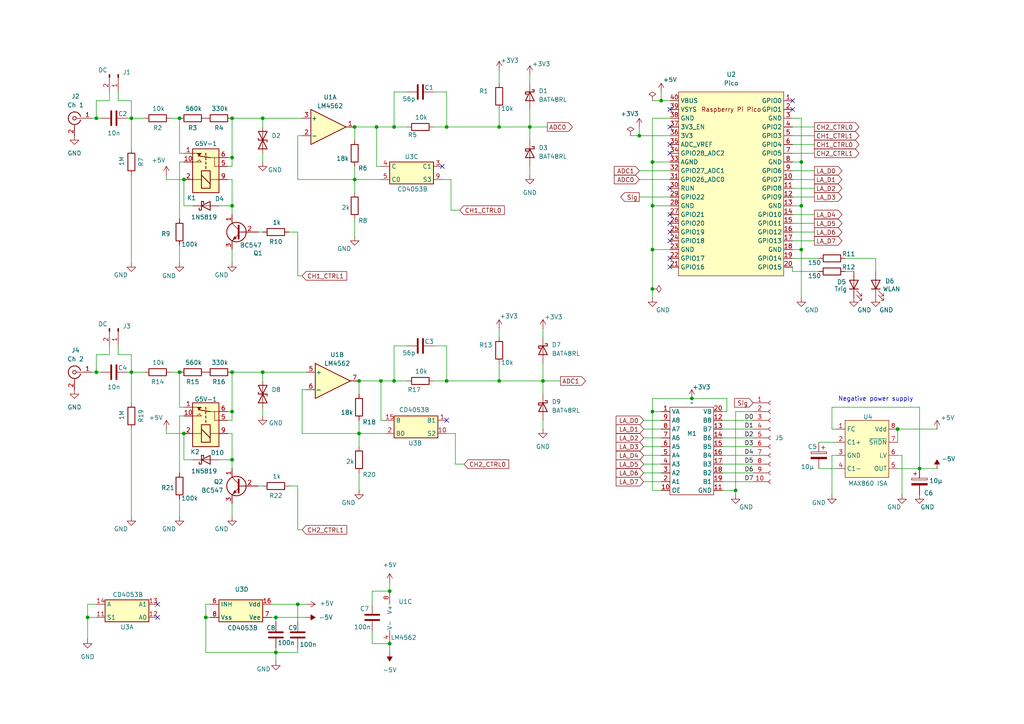
<source format=kicad_sch>
(kicad_sch (version 20231120) (generator "eeschema") (generator_version "8.0")
  (paper "A4")
  (junction (at 110.49 110.49))
  (junction (at 53.34 52.07))
  (junction (at 59.69 179.07))
  (junction (at 114.3 36.83))
  (junction (at 104.14 110.49))
  (junction (at 200.66 115.57))
  (junction (at 153.67 36.83))
  (junction (at 27.94 34.29))
  (junction (at 86.36 175.26))
  (junction (at 260.35 124.46))
  (junction (at 109.22 36.83))
  (junction (at 232.41 46.99))
  (junction (at 25.4 179.07))
  (junction (at 213.36 142.24))
  (junction (at 189.23 59.69))
  (junction (at 144.78 110.49))
  (junction (at 232.41 59.69))
  (junction (at 80.01 179.07))
  (junction (at 102.87 52.07))
  (junction (at 113.03 171.45))
  (junction (at 189.23 72.39))
  (junction (at 185.42 39.37))
  (junction (at 266.7 135.89))
  (junction (at 189.23 46.99))
  (junction (at 114.3 110.49))
  (junction (at 52.07 107.95))
  (junction (at 157.48 110.49))
  (junction (at 52.07 34.29))
  (junction (at 76.2 107.95))
  (junction (at 38.1 107.95))
  (junction (at 232.41 72.39))
  (junction (at 129.54 110.49))
  (junction (at 67.31 34.29))
  (junction (at 189.23 83.82))
  (junction (at 144.78 36.83))
  (junction (at 80.01 189.23))
  (junction (at 67.31 107.95))
  (junction (at 189.23 119.38))
  (junction (at 53.34 125.73))
  (junction (at 76.2 34.29))
  (junction (at 27.94 107.95))
  (junction (at 191.77 29.21))
  (junction (at 102.87 36.83))
  (junction (at 67.31 45.72))
  (junction (at 67.31 133.35))
  (junction (at 67.31 59.69))
  (junction (at 38.1 34.29))
  (junction (at 104.14 125.73))
  (junction (at 67.31 119.38))
  (junction (at 129.54 36.83))
  (junction (at 113.03 186.69))
  (no_connect (at 194.31 31.75))
  (no_connect (at 229.87 31.75))
  (no_connect (at 45.72 175.26))
  (no_connect (at 128.27 48.26))
  (no_connect (at 194.31 74.93))
  (no_connect (at 229.87 29.21))
  (no_connect (at 194.31 67.31))
  (no_connect (at 45.72 179.07))
  (no_connect (at 194.31 54.61))
  (no_connect (at 194.31 64.77))
  (no_connect (at 194.31 69.85))
  (no_connect (at 194.31 36.83))
  (no_connect (at 194.31 41.91))
  (no_connect (at 194.31 44.45))
  (no_connect (at 194.31 77.47))
  (no_connect (at 129.54 121.92))
  (no_connect (at 194.31 62.23))
  (wire (pts (xy 209.55 127) (xy 218.44 127)))
  (wire (pts (xy 74.93 67.31) (xy 76.2 67.31)))
  (wire (pts (xy 59.69 189.23) (xy 80.01 189.23)))
  (wire (pts (xy 144.78 36.83) (xy 153.67 36.83)))
  (wire (pts (xy 26.67 34.29) (xy 27.94 34.29)))
  (wire (pts (xy 254 74.93) (xy 254 78.74)))
  (wire (pts (xy 107.95 171.45) (xy 113.03 171.45)))
  (wire (pts (xy 80.01 179.07) (xy 88.9 179.07)))
  (wire (pts (xy 261.62 132.08) (xy 261.62 143.51)))
  (wire (pts (xy 153.67 48.26) (xy 153.67 50.8)))
  (wire (pts (xy 129.54 36.83) (xy 129.54 26.67)))
  (wire (pts (xy 38.1 34.29) (xy 38.1 43.18)))
  (wire (pts (xy 49.53 107.95) (xy 52.07 107.95)))
  (wire (pts (xy 229.87 67.31) (xy 236.22 67.31)))
  (wire (pts (xy 63.5 133.35) (xy 67.31 133.35)))
  (wire (pts (xy 104.14 125.73) (xy 104.14 129.54)))
  (wire (pts (xy 209.55 134.62) (xy 218.44 134.62)))
  (wire (pts (xy 52.07 120.65) (xy 52.07 137.16)))
  (wire (pts (xy 110.49 110.49) (xy 114.3 110.49)))
  (wire (pts (xy 113.03 171.45) (xy 113.03 168.91)))
  (wire (pts (xy 194.31 49.53) (xy 185.42 49.53)))
  (wire (pts (xy 232.41 46.99) (xy 232.41 34.29)))
  (wire (pts (xy 86.36 175.26) (xy 88.9 175.26)))
  (wire (pts (xy 209.55 137.16) (xy 218.44 137.16)))
  (wire (pts (xy 232.41 59.69) (xy 232.41 72.39)))
  (wire (pts (xy 247.65 78.74) (xy 245.11 78.74)))
  (wire (pts (xy 209.55 124.46) (xy 218.44 124.46)))
  (wire (pts (xy 186.69 139.7) (xy 191.77 139.7)))
  (wire (pts (xy 27.94 102.87) (xy 27.94 107.95)))
  (wire (pts (xy 102.87 52.07) (xy 102.87 55.88)))
  (wire (pts (xy 59.69 179.07) (xy 60.96 179.07)))
  (wire (pts (xy 63.5 59.69) (xy 67.31 59.69)))
  (wire (pts (xy 114.3 36.83) (xy 114.3 26.67)))
  (wire (pts (xy 52.07 46.99) (xy 53.34 46.99)))
  (wire (pts (xy 26.67 107.95) (xy 27.94 107.95)))
  (wire (pts (xy 87.63 113.03) (xy 87.63 125.73)))
  (wire (pts (xy 102.87 52.07) (xy 110.49 52.07)))
  (wire (pts (xy 25.4 175.26) (xy 25.4 179.07)))
  (wire (pts (xy 27.94 102.87) (xy 31.75 102.87)))
  (wire (pts (xy 25.4 179.07) (xy 25.4 185.42)))
  (wire (pts (xy 125.73 110.49) (xy 129.54 110.49)))
  (wire (pts (xy 130.81 52.07) (xy 130.81 60.96)))
  (wire (pts (xy 132.08 134.62) (xy 134.62 134.62)))
  (wire (pts (xy 67.31 45.72) (xy 67.31 48.26)))
  (wire (pts (xy 209.55 121.92) (xy 218.44 121.92)))
  (wire (pts (xy 130.81 60.96) (xy 133.35 60.96)))
  (wire (pts (xy 186.69 121.92) (xy 191.77 121.92)))
  (wire (pts (xy 38.1 50.8) (xy 38.1 76.2)))
  (wire (pts (xy 229.87 57.15) (xy 236.22 57.15)))
  (wire (pts (xy 55.88 133.35) (xy 53.34 133.35)))
  (wire (pts (xy 213.36 142.24) (xy 213.36 143.51)))
  (wire (pts (xy 241.3 118.11) (xy 266.7 118.11)))
  (wire (pts (xy 80.01 180.34) (xy 80.01 179.07)))
  (wire (pts (xy 80.01 189.23) (xy 86.36 189.23)))
  (wire (pts (xy 52.07 71.12) (xy 52.07 76.2)))
  (wire (pts (xy 53.34 59.69) (xy 53.34 52.07)))
  (wire (pts (xy 237.49 78.74) (xy 229.87 78.74)))
  (wire (pts (xy 113.03 186.69) (xy 113.03 189.23)))
  (wire (pts (xy 114.3 36.83) (xy 118.11 36.83)))
  (wire (pts (xy 186.69 134.62) (xy 191.77 134.62)))
  (wire (pts (xy 67.31 48.26) (xy 66.04 48.26)))
  (wire (pts (xy 129.54 26.67) (xy 125.73 26.67)))
  (wire (pts (xy 186.69 132.08) (xy 191.77 132.08)))
  (wire (pts (xy 107.95 171.45) (xy 107.95 175.26)))
  (wire (pts (xy 86.36 80.01) (xy 87.63 80.01)))
  (wire (pts (xy 241.3 132.08) (xy 241.3 143.51)))
  (wire (pts (xy 153.67 36.83) (xy 153.67 40.64)))
  (wire (pts (xy 102.87 48.26) (xy 102.87 52.07)))
  (wire (pts (xy 191.77 29.21) (xy 189.23 29.21)))
  (wire (pts (xy 109.22 48.26) (xy 109.22 36.83)))
  (wire (pts (xy 241.3 124.46) (xy 242.57 124.46)))
  (wire (pts (xy 213.36 119.38) (xy 213.36 142.24)))
  (wire (pts (xy 194.31 59.69) (xy 189.23 59.69)))
  (wire (pts (xy 102.87 36.83) (xy 109.22 36.83)))
  (wire (pts (xy 34.29 100.33) (xy 34.29 102.87)))
  (wire (pts (xy 110.49 121.92) (xy 110.49 110.49)))
  (wire (pts (xy 104.14 125.73) (xy 111.76 125.73)))
  (wire (pts (xy 186.69 137.16) (xy 191.77 137.16)))
  (wire (pts (xy 189.23 59.69) (xy 189.23 72.39)))
  (wire (pts (xy 52.07 107.95) (xy 52.07 118.11)))
  (wire (pts (xy 129.54 100.33) (xy 129.54 110.49)))
  (wire (pts (xy 209.55 139.7) (xy 218.44 139.7)))
  (wire (pts (xy 41.91 34.29) (xy 38.1 34.29)))
  (wire (pts (xy 53.34 125.73) (xy 48.26 125.73)))
  (wire (pts (xy 232.41 46.99) (xy 232.41 59.69)))
  (wire (pts (xy 213.36 119.38) (xy 218.44 119.38)))
  (wire (pts (xy 232.41 72.39) (xy 232.41 86.36)))
  (wire (pts (xy 237.49 74.93) (xy 229.87 74.93)))
  (wire (pts (xy 229.87 69.85) (xy 236.22 69.85)))
  (wire (pts (xy 67.31 52.07) (xy 66.04 52.07)))
  (wire (pts (xy 157.48 95.25) (xy 157.48 97.79)))
  (wire (pts (xy 191.77 142.24) (xy 189.23 142.24)))
  (wire (pts (xy 83.82 67.31) (xy 86.36 67.31)))
  (wire (pts (xy 157.48 110.49) (xy 157.48 114.3)))
  (wire (pts (xy 189.23 72.39) (xy 194.31 72.39)))
  (wire (pts (xy 104.14 110.49) (xy 104.14 114.3)))
  (wire (pts (xy 229.87 44.45) (xy 236.22 44.45)))
  (wire (pts (xy 232.41 72.39) (xy 229.87 72.39)))
  (wire (pts (xy 237.49 128.27) (xy 242.57 128.27)))
  (wire (pts (xy 38.1 107.95) (xy 41.91 107.95)))
  (wire (pts (xy 36.83 107.95) (xy 38.1 107.95)))
  (wire (pts (xy 76.2 107.95) (xy 76.2 110.49)))
  (wire (pts (xy 80.01 187.96) (xy 80.01 189.23)))
  (wire (pts (xy 67.31 34.29) (xy 76.2 34.29)))
  (wire (pts (xy 114.3 26.67) (xy 118.11 26.67)))
  (wire (pts (xy 229.87 36.83) (xy 236.22 36.83)))
  (wire (pts (xy 229.87 52.07) (xy 236.22 52.07)))
  (wire (pts (xy 59.69 179.07) (xy 59.69 189.23)))
  (wire (pts (xy 260.35 132.08) (xy 261.62 132.08)))
  (wire (pts (xy 194.31 57.15) (xy 185.42 57.15)))
  (wire (pts (xy 129.54 36.83) (xy 144.78 36.83)))
  (wire (pts (xy 67.31 45.72) (xy 66.04 45.72)))
  (wire (pts (xy 60.96 175.26) (xy 59.69 175.26)))
  (wire (pts (xy 185.42 36.83) (xy 185.42 39.37)))
  (wire (pts (xy 182.88 39.37) (xy 185.42 39.37)))
  (wire (pts (xy 76.2 34.29) (xy 76.2 36.83)))
  (wire (pts (xy 76.2 140.97) (xy 74.93 140.97)))
  (wire (pts (xy 229.87 54.61) (xy 236.22 54.61)))
  (wire (pts (xy 266.7 118.11) (xy 266.7 135.89)))
  (wire (pts (xy 194.31 29.21) (xy 191.77 29.21)))
  (wire (pts (xy 86.36 52.07) (xy 102.87 52.07)))
  (wire (pts (xy 27.94 107.95) (xy 29.21 107.95)))
  (wire (pts (xy 194.31 46.99) (xy 189.23 46.99)))
  (wire (pts (xy 232.41 46.99) (xy 229.87 46.99)))
  (wire (pts (xy 144.78 31.75) (xy 144.78 36.83)))
  (wire (pts (xy 194.31 34.29) (xy 189.23 34.29)))
  (wire (pts (xy 189.23 142.24) (xy 189.23 119.38)))
  (wire (pts (xy 27.94 29.21) (xy 31.75 29.21)))
  (wire (pts (xy 107.95 186.69) (xy 113.03 186.69)))
  (wire (pts (xy 266.7 135.89) (xy 271.78 135.89)))
  (wire (pts (xy 189.23 72.39) (xy 189.23 83.82)))
  (wire (pts (xy 104.14 137.16) (xy 104.14 142.24)))
  (wire (pts (xy 67.31 107.95) (xy 76.2 107.95)))
  (wire (pts (xy 109.22 36.83) (xy 114.3 36.83)))
  (wire (pts (xy 189.23 119.38) (xy 191.77 119.38)))
  (wire (pts (xy 78.74 175.26) (xy 86.36 175.26)))
  (wire (pts (xy 34.29 29.21) (xy 38.1 29.21)))
  (wire (pts (xy 67.31 45.72) (xy 67.31 34.29)))
  (wire (pts (xy 245.11 74.93) (xy 254 74.93)))
  (wire (pts (xy 36.83 34.29) (xy 38.1 34.29)))
  (wire (pts (xy 236.22 39.37) (xy 229.87 39.37)))
  (wire (pts (xy 144.78 95.25) (xy 144.78 97.79)))
  (wire (pts (xy 86.36 39.37) (xy 86.36 52.07)))
  (wire (pts (xy 49.53 34.29) (xy 52.07 34.29)))
  (wire (pts (xy 67.31 125.73) (xy 67.31 133.35)))
  (wire (pts (xy 229.87 41.91) (xy 236.22 41.91)))
  (wire (pts (xy 132.08 125.73) (xy 132.08 134.62)))
  (wire (pts (xy 67.31 72.39) (xy 67.31 76.2)))
  (wire (pts (xy 27.94 34.29) (xy 27.94 29.21)))
  (wire (pts (xy 52.07 144.78) (xy 52.07 149.86)))
  (wire (pts (xy 210.82 119.38) (xy 209.55 119.38)))
  (wire (pts (xy 189.23 34.29) (xy 189.23 46.99)))
  (wire (pts (xy 107.95 182.88) (xy 107.95 186.69)))
  (wire (pts (xy 209.55 142.24) (xy 213.36 142.24)))
  (wire (pts (xy 111.76 121.92) (xy 110.49 121.92)))
  (wire (pts (xy 48.26 125.73) (xy 48.26 124.46)))
  (wire (pts (xy 34.29 26.67) (xy 34.29 29.21)))
  (wire (pts (xy 53.34 44.45) (xy 52.07 44.45)))
  (wire (pts (xy 237.49 135.89) (xy 242.57 135.89)))
  (wire (pts (xy 38.1 102.87) (xy 38.1 107.95)))
  (wire (pts (xy 229.87 64.77) (xy 236.22 64.77)))
  (wire (pts (xy 66.04 121.92) (xy 67.31 121.92)))
  (wire (pts (xy 157.48 121.92) (xy 157.48 124.46)))
  (wire (pts (xy 129.54 125.73) (xy 132.08 125.73)))
  (wire (pts (xy 153.67 31.75) (xy 153.67 36.83)))
  (wire (pts (xy 153.67 36.83) (xy 158.75 36.83)))
  (wire (pts (xy 38.1 107.95) (xy 38.1 116.84)))
  (wire (pts (xy 209.55 129.54) (xy 218.44 129.54)))
  (wire (pts (xy 153.67 21.59) (xy 153.67 24.13)))
  (wire (pts (xy 27.94 34.29) (xy 29.21 34.29)))
  (wire (pts (xy 86.36 39.37) (xy 87.63 39.37)))
  (wire (pts (xy 53.34 52.07) (xy 48.26 52.07)))
  (wire (pts (xy 67.31 52.07) (xy 67.31 59.69)))
  (wire (pts (xy 200.66 115.57) (xy 210.82 115.57)))
  (wire (pts (xy 242.57 132.08) (xy 241.3 132.08)))
  (wire (pts (xy 67.31 119.38) (xy 67.31 121.92)))
  (wire (pts (xy 86.36 153.67) (xy 87.63 153.67)))
  (wire (pts (xy 86.36 189.23) (xy 86.36 187.96)))
  (wire (pts (xy 67.31 133.35) (xy 67.31 135.89)))
  (wire (pts (xy 157.48 105.41) (xy 157.48 110.49)))
  (wire (pts (xy 67.31 146.05) (xy 67.31 149.86)))
  (wire (pts (xy 66.04 125.73) (xy 67.31 125.73)))
  (wire (pts (xy 76.2 107.95) (xy 88.9 107.95)))
  (wire (pts (xy 52.07 118.11) (xy 53.34 118.11)))
  (wire (pts (xy 31.75 29.21) (xy 31.75 26.67)))
  (wire (pts (xy 232.41 34.29) (xy 229.87 34.29)))
  (wire (pts (xy 210.82 115.57) (xy 210.82 119.38)))
  (wire (pts (xy 186.69 124.46) (xy 191.77 124.46)))
  (wire (pts (xy 104.14 121.92) (xy 104.14 125.73)))
  (wire (pts (xy 102.87 63.5) (xy 102.87 68.58)))
  (wire (pts (xy 76.2 118.11) (xy 76.2 120.65)))
  (wire (pts (xy 209.55 132.08) (xy 218.44 132.08)))
  (wire (pts (xy 102.87 36.83) (xy 102.87 40.64)))
  (wire (pts (xy 76.2 44.45) (xy 76.2 46.99)))
  (wire (pts (xy 229.87 78.74) (xy 229.87 77.47)))
  (wire (pts (xy 185.42 39.37) (xy 194.31 39.37)))
  (wire (pts (xy 260.35 124.46) (xy 260.35 128.27)))
  (wire (pts (xy 76.2 34.29) (xy 87.63 34.29)))
  (wire (pts (xy 114.3 100.33) (xy 114.3 110.49)))
  (wire (pts (xy 87.63 113.03) (xy 88.9 113.03)))
  (wire (pts (xy 66.04 119.38) (xy 67.31 119.38)))
  (wire (pts (xy 232.41 59.69) (xy 229.87 59.69)))
  (wire (pts (xy 189.23 83.82) (xy 189.23 86.36)))
  (wire (pts (xy 87.63 125.73) (xy 104.14 125.73)))
  (wire (pts (xy 125.73 36.83) (xy 129.54 36.83)))
  (wire (pts (xy 189.23 115.57) (xy 200.66 115.57)))
  (wire (pts (xy 114.3 110.49) (xy 118.11 110.49)))
  (wire (pts (xy 86.36 67.31) (xy 86.36 80.01)))
  (wire (pts (xy 83.82 140.97) (xy 86.36 140.97)))
  (wire (pts (xy 53.34 120.65) (xy 52.07 120.65)))
  (wire (pts (xy 186.69 129.54) (xy 191.77 129.54)))
  (wire (pts (xy 80.01 191.77) (xy 80.01 189.23)))
  (wire (pts (xy 241.3 124.46) (xy 241.3 118.11)))
  (wire (pts (xy 129.54 100.33) (xy 125.73 100.33)))
  (wire (pts (xy 144.78 110.49) (xy 157.48 110.49)))
  (wire (pts (xy 129.54 110.49) (xy 144.78 110.49)))
  (wire (pts (xy 67.31 119.38) (xy 67.31 107.95)))
  (wire (pts (xy 185.42 52.07) (xy 194.31 52.07)))
  (wire (pts (xy 78.74 179.07) (xy 80.01 179.07)))
  (wire (pts (xy 110.49 48.26) (xy 109.22 48.26)))
  (wire (pts (xy 38.1 124.46) (xy 38.1 149.86)))
  (wire (pts (xy 157.48 110.49) (xy 162.56 110.49)))
  (wire (pts (xy 189.23 46.99) (xy 189.23 59.69)))
  (wire (pts (xy 27.94 175.26) (xy 25.4 175.26)))
  (wire (pts (xy 229.87 49.53) (xy 236.22 49.53)))
  (wire (pts (xy 53.34 133.35) (xy 53.34 125.73)))
  (wire (pts (xy 34.29 102.87) (xy 38.1 102.87)))
  (wire (pts (xy 189.23 119.38) (xy 189.23 115.57)))
  (wire (pts (xy 55.88 59.69) (xy 53.34 59.69)))
  (wire (pts (xy 229.87 62.23) (xy 236.22 62.23)))
  (wire (pts (xy 86.36 175.26) (xy 86.36 180.34)))
  (wire (pts (xy 31.75 102.87) (xy 31.75 100.33)))
  (wire (pts (xy 260.35 124.46) (xy 271.78 124.46)))
  (wire (pts (xy 86.36 140.97) (xy 86.36 153.67)))
  (wire (pts (xy 48.26 52.07) (xy 48.26 50.8)))
  (wire (pts (xy 59.69 175.26) (xy 59.69 179.07)))
  (wire (pts (xy 191.77 29.21) (xy 191.77 26.67)))
  (wire (pts (xy 114.3 100.33) (xy 118.11 100.33)))
  (wire (pts (xy 52.07 44.45) (xy 52.07 34.29)))
  (wire (pts (xy 38.1 29.21) (xy 38.1 34.29)))
  (wire (pts (xy 128.27 52.07) (xy 130.81 52.07)))
  (wire (pts (xy 104.14 110.49) (xy 110.49 110.49)))
  (wire (pts (xy 144.78 20.32) (xy 144.78 24.13)))
  (wire (pts (xy 144.78 105.41) (xy 144.78 110.49)))
  (wire (pts (xy 25.4 179.07) (xy 27.94 179.07)))
  (wire (pts (xy 186.69 127) (xy 191.77 127)))
  (wire (pts (xy 260.35 135.89) (xy 266.7 135.89)))
  (wire (pts (xy 67.31 62.23) (xy 67.31 59.69)))
  (wire (pts (xy 52.07 46.99) (xy 52.07 63.5)))
  (text "Negative power supply" (at 254 115.824 0) (effects (font (size 1.27 1.27))))
  (label "D4" (at 215.9 132.08 0))
  (label "D3" (at 215.9 129.54 0))
  (label "D7" (at 215.9 139.7 0))
  (label "D1" (at 215.9 124.46 0))
  (label "D2" (at 215.9 127 0))
  (label "D0" (at 215.9 121.92 0))
  (label "D6" (at 215.9 137.16 0))
  (label "D5" (at 215.9 134.62 0))
  (global_label "LA_D4" (shape output) (at 236.22 62.23 0) (property "Intersheetrefs" "${INTERSHEET_REFS}" (effects (hide yes))))
  (global_label "Sig" (shape output) (at 185.42 57.15 180) (property "Intersheetrefs" "${INTERSHEET_REFS}" (effects (hide yes))))
  (global_label "ADC0" (shape output) (at 158.75 36.83 0) (property "Intersheetrefs" "${INTERSHEET_REFS}" (effects (hide yes))))
  (global_label "LA_D2" (shape input) (at 186.69 127 180) (property "Intersheetrefs" "${INTERSHEET_REFS}" (effects (hide yes))))
  (global_label "LA_D3" (shape input) (at 186.69 129.54 180) (property "Intersheetrefs" "${INTERSHEET_REFS}" (effects (hide yes))))
  (global_label "CH2_CTRL0" (shape output) (at 236.22 36.83 0) (property "Intersheetrefs" "${INTERSHEET_REFS}" (effects (hide yes))))
  (global_label "Sig" (shape input) (at 218.44 116.84 180) (property "Intersheetrefs" "${INTERSHEET_REFS}" (effects (hide yes))))
  (global_label "CH1_CTRL0" (shape output) (at 236.22 41.91 0) (property "Intersheetrefs" "${INTERSHEET_REFS}" (effects (hide yes))))
  (global_label "LA_D0" (shape input) (at 186.69 121.92 180) (property "Intersheetrefs" "${INTERSHEET_REFS}" (effects (hide yes))))
  (global_label "LA_D7" (shape input) (at 186.69 139.7 180) (property "Intersheetrefs" "${INTERSHEET_REFS}" (effects (hide yes))))
  (global_label "CH2_CTRL1" (shape output) (at 236.22 44.45 0) (property "Intersheetrefs" "${INTERSHEET_REFS}" (effects (hide yes))))
  (global_label "LA_D6" (shape output) (at 236.22 67.31 0) (property "Intersheetrefs" "${INTERSHEET_REFS}" (effects (hide yes))))
  (global_label "LA_D3" (shape output) (at 236.22 57.15 0) (property "Intersheetrefs" "${INTERSHEET_REFS}" (effects (hide yes))))
  (global_label "LA_D1" (shape input) (at 186.69 124.46 180) (property "Intersheetrefs" "${INTERSHEET_REFS}" (effects (hide yes))))
  (global_label "CH2_CTRL1" (shape input) (at 87.63 153.67 0) (property "Intersheetrefs" "${INTERSHEET_REFS}" (effects (hide yes))))
  (global_label "LA_D4" (shape input) (at 186.69 132.08 180) (property "Intersheetrefs" "${INTERSHEET_REFS}" (effects (hide yes))))
  (global_label "CH1_CTRL0" (shape input) (at 133.35 60.96 0) (property "Intersheetrefs" "${INTERSHEET_REFS}" (effects (hide yes))))
  (global_label "LA_D2" (shape output) (at 236.22 54.61 0) (property "Intersheetrefs" "${INTERSHEET_REFS}" (effects (hide yes))))
  (global_label "ADC1" (shape output) (at 162.56 110.49 0) (property "Intersheetrefs" "${INTERSHEET_REFS}" (effects (hide yes))))
  (global_label "CH1_CTRL1" (shape input) (at 87.63 80.01 0) (property "Intersheetrefs" "${INTERSHEET_REFS}" (effects (hide yes))))
  (global_label "LA_D5" (shape input) (at 186.69 134.62 180) (property "Intersheetrefs" "${INTERSHEET_REFS}" (effects (hide yes))))
  (global_label "LA_D1" (shape output) (at 236.22 52.07 0) (property "Intersheetrefs" "${INTERSHEET_REFS}" (effects (hide yes))))
  (global_label "CH1_CTRL1" (shape output) (at 236.22 39.37 0) (property "Intersheetrefs" "${INTERSHEET_REFS}" (effects (hide yes))))
  (global_label "CH2_CTRL0" (shape input) (at 134.62 134.62 0) (property "Intersheetrefs" "${INTERSHEET_REFS}" (effects (hide yes))))
  (global_label "LA_D6" (shape input) (at 186.69 137.16 180) (property "Intersheetrefs" "${INTERSHEET_REFS}" (effects (hide yes))))
  (global_label "ADC0" (shape input) (at 185.42 52.07 180) (property "Intersheetrefs" "${INTERSHEET_REFS}" (effects (hide yes))))
  (global_label "LA_D7" (shape output) (at 236.22 69.85 0) (property "Intersheetrefs" "${INTERSHEET_REFS}" (effects (hide yes))))
  (global_label "LA_D5" (shape output) (at 236.22 64.77 0) (property "Intersheetrefs" "${INTERSHEET_REFS}" (effects (hide yes))))
  (global_label "LA_D0" (shape output) (at 236.22 49.53 0) (property "Intersheetrefs" "${INTERSHEET_REFS}" (effects (hide yes))))
  (global_label "ADC1" (shape input) (at 185.42 49.53 180) (property "Intersheetrefs" "${INTERSHEET_REFS}" (effects (hide yes))))
  (symbol (lib_id "Device:R") (at 52.07 140.97 180) (unit 1)
    (property "Reference" "R21" (at 46.736 141.478 0) (effects (justify right)))
    (property "Value" "100k" (at 52.578 144.526 0) (effects (justify right)))
    (property "Footprint" "Resistor_THT:R_Axial_DIN0207_L6.3mm_D2.5mm_P7.62mm_Horizontal" (effects (hide yes)))
    (property "Description" "Resistor" (effects (hide yes)))
  )
  (symbol (lib_id "Device:R") (at 102.87 44.45 0) (unit 1)
    (property "Reference" "R6" (at 103.886 48.768 0) (effects (justify left)))
    (property "Value" "18k" (at 97.536 45.974 0) (effects (justify left)))
    (property "Footprint" "Resistor_THT:R_Axial_DIN0207_L6.3mm_D2.5mm_P7.62mm_Horizontal" (effects (hide yes)))
    (property "Description" "Resistor" (effects (hide yes)))
  )
  (symbol (lib_id "Device:R") (at 121.92 36.83 90) (unit 1)
    (property "Reference" "R5" (at 119.634 39.116 90))
    (property "Value" "10k" (at 122.174 34.036 90))
    (property "Footprint" "Resistor_THT:R_Axial_DIN0207_L6.3mm_D2.5mm_P7.62mm_Horizontal" (effects (hide yes)))
    (property "Description" "Resistor" (effects (hide yes)))
  )
  (symbol (lib_id "power:PWR_FLAG") (at 189.23 29.21 0) (mirror y) (unit 1)
    (property "Reference" "#FLG1" (effects (hide yes)))
    (property "Value" "PWR_FLAG" (effects (hide yes)))
    (property "Description" "Special symbol for telling ERC where power comes from" (effects (hide yes)))
  )
  (symbol (lib_id "Amplifier_Operational:LM4562") (at 95.25 36.83 0) (unit 1)
    (property "Reference" "U1" (at 95.758 28.194 0))
    (property "Value" "LM4562" (at 95.758 30.734 0))
    (property "Footprint" "Package_DIP:DIP-8_W7.62mm" (effects (hide yes)))
    (property "Datasheet" "http://www.ti.com/lit/ds/symlink/lm4562.pdf" (effects (hide yes)))
    (property "Description" "Dual High-Performance, High-Fidelity Audio Operational Amplifier, DIP-8/SOIC-8/TO-99-8" (effects (hide yes)))
  )
  (symbol (lib_id "power:GND") (at 25.4 185.42 0) (unit 1)
    (property "Reference" "#PWR37" (effects (hide yes)))
    (property "Value" "GND" (at 25.4 190.5 0))
    (property "Description" "Power symbol creates a global label with name \"GND\" , ground" (effects (hide yes)))
  )
  (symbol (lib_id "power:PWR_FLAG") (at 182.88 39.37 0) (mirror y) (unit 1)
    (property "Reference" "#FLG2" (effects (hide yes)))
    (property "Value" "PWR_FLAG" (effects (hide yes)))
    (property "Description" "Special symbol for telling ERC where power comes from" (effects (hide yes)))
  )
  (symbol (lib_id "Device:R") (at 45.72 34.29 90) (unit 1)
    (property "Reference" "R2" (at 45.72 37.084 90))
    (property "Value" "10k" (at 45.974 31.496 90))
    (property "Footprint" "Resistor_THT:R_Axial_DIN0207_L6.3mm_D2.5mm_P7.62mm_Horizontal" (effects (hide yes)))
    (property "Description" "Resistor" (effects (hide yes)))
  )
  (symbol (lib_id "Device:R") (at 38.1 46.99 180) (unit 1)
    (property "Reference" "R7" (at 40.894 46.99 90))
    (property "Value" "1M" (at 35.306 46.736 90))
    (property "Footprint" "Resistor_THT:R_Axial_DIN0207_L6.3mm_D2.5mm_P7.62mm_Horizontal" (effects (hide yes)))
    (property "Description" "Resistor" (effects (hide yes)))
  )
  (symbol (lib_id "power:+5V") (at 48.26 50.8 0) (unit 1)
    (property "Reference" "#PWR7" (effects (hide yes)))
    (property "Value" "+5V" (at 45.974 46.482 0))
    (property "Description" "Power symbol creates a global label with name \"+5V\"" (effects (hide yes)))
  )
  (symbol (lib_id "Device:C") (at 33.02 107.95 90) (unit 1)
    (property "Reference" "C4" (at 35.56 106.68 90))
    (property "Value" "10n" (at 33.02 112.268 90))
    (property "Footprint" "Capacitor_THT:C_Disc_D5.0mm_W2.5mm_P2.50mm" (effects (hide yes)))
    (property "Description" "Unpolarized capacitor" (effects (hide yes)))
  )
  (symbol (lib_id "power:GND") (at 102.87 68.58 0) (unit 1)
    (property "Reference" "#PWR9" (effects (hide yes)))
    (property "Value" "GND" (at 99.822 72.136 0))
    (property "Description" "Power symbol creates a global label with name \"GND\" , ground" (effects (hide yes)))
  )
  (symbol (lib_id "Device:R") (at 104.14 118.11 0) (unit 1)
    (property "Reference" "R18" (at 105.156 122.428 0) (effects (justify left)))
    (property "Value" "18k" (at 98.806 119.634 0) (effects (justify left)))
    (property "Footprint" "Resistor_THT:R_Axial_DIN0207_L6.3mm_D2.5mm_P7.62mm_Horizontal" (effects (hide yes)))
    (property "Description" "Resistor" (effects (hide yes)))
  )
  (symbol (lib_id "Device:R") (at 80.01 67.31 90) (unit 1)
    (property "Reference" "R10" (at 80.01 70.104 90))
    (property "Value" "1k" (at 80.264 64.516 90))
    (property "Footprint" "Resistor_THT:R_Axial_DIN0207_L6.3mm_D2.5mm_P7.62mm_Horizontal" (effects (hide yes)))
    (property "Description" "Resistor" (effects (hide yes)))
  )
  (symbol (lib_id "Parts:RPI_Pico") (at 212.09 53.34 0) (mirror y) (unit 1)
    (property "Reference" "U2" (at 212.09 21.59 0))
    (property "Value" "Pico" (at 212.09 24.13 0))
    (property "Footprint" "Parts:RPi_Pico" (effects (hide yes)))
  )
  (symbol (lib_name "MAX860_1") (lib_id "Parts:MAX860") (at 251.46 120.65 0) (unit 1)
    (property "Reference" "U4" (at 251.714 120.904 0))
    (property "Value" "MAX860 ISA" (at 251.714 140.208 0))
    (property "Footprint" "Package_SO:SOIC-8_3.9x4.9mm_P1.27mm" (effects (hide yes)))
  )
  (symbol (lib_id "power:GND") (at 247.65 86.36 0) (mirror y) (unit 1)
    (property "Reference" "#PWR15" (effects (hide yes)))
    (property "Value" "GND" (at 250.698 89.916 0))
    (property "Description" "Power symbol creates a global label with name \"GND\" , ground" (effects (hide yes)))
  )
  (symbol (lib_id "power:GND") (at 52.07 76.2 0) (unit 1)
    (property "Reference" "#PWR11" (effects (hide yes)))
    (property "Value" "GND" (at 49.022 80.01 0))
    (property "Description" "Power symbol creates a global label with name \"GND\" , ground" (effects (hide yes)))
  )
  (symbol (lib_id "power:GND") (at 153.67 50.8 0) (unit 1)
    (property "Reference" "#PWR8" (effects (hide yes)))
    (property "Value" "GND" (at 153.67 55.88 0))
    (property "Description" "Power symbol creates a global label with name \"GND\" , ground" (effects (hide yes)))
  )
  (symbol (lib_id "Device:R") (at 102.87 59.69 0) (unit 1)
    (property "Reference" "R8" (at 103.886 64.008 0) (effects (justify left)))
    (property "Value" "2k" (at 99.06 60.198 0) (effects (justify left)))
    (property "Footprint" "Resistor_THT:R_Axial_DIN0207_L6.3mm_D2.5mm_P7.62mm_Horizontal" (effects (hide yes)))
    (property "Description" "Resistor" (effects (hide yes)))
  )
  (symbol (lib_id "power:+5V") (at 88.9 175.26 270) (unit 1)
    (property "Reference" "#PWR35" (effects (hide yes)))
    (property "Value" "+5V" (at 94.742 175.006 90))
    (property "Description" "Power symbol creates a global label with name \"+5V\"" (effects (hide yes)))
  )
  (symbol (lib_id "power:GND") (at 232.41 86.36 0) (mirror y) (unit 1)
    (property "Reference" "#PWR14" (effects (hide yes)))
    (property "Value" "GND" (at 235.458 89.916 0))
    (property "Description" "Power symbol creates a global label with name \"GND\" , ground" (effects (hide yes)))
  )
  (symbol (lib_id "Diode:BAT48RL") (at 153.67 27.94 270) (unit 1)
    (property "Reference" "D1" (at 156.21 26.3524 90) (effects (justify left)))
    (property "Value" "BAT48RL" (at 156.21 28.8924 90) (effects (justify left)))
    (property "Footprint" "Diode_THT:D_DO-35_SOD27_P7.62mm_Horizontal" (effects (hide yes)))
    (property "Datasheet" "www.st.com/resource/en/datasheet/bat48.pdf" (effects (hide yes)))
    (property "Description" "40V 0.35A Small Signal Schottky Diode, DO-35" (effects (hide yes)))
  )
  (symbol (lib_id "power:GND") (at 104.14 142.24 0) (unit 1)
    (property "Reference" "#PWR26" (effects (hide yes)))
    (property "Value" "GND" (at 101.092 145.796 0))
    (property "Description" "Power symbol creates a global label with name \"GND\" , ground" (effects (hide yes)))
  )
  (symbol (lib_id "power:+5V") (at 271.78 124.46 0) (unit 1)
    (property "Reference" "#PWR24" (effects (hide yes)))
    (property "Value" "+5V" (at 274.828 121.158 0))
    (property "Description" "Power symbol creates a global label with name \"+5V\"" (effects (hide yes)))
  )
  (symbol (lib_id "Device:C_Polarized") (at 237.49 132.08 0) (mirror y) (unit 1)
    (property "Reference" "C5" (at 236.982 129.54 0) (effects (justify left)))
    (property "Value" "10µ" (at 236.22 135.382 0) (effects (justify left)))
    (property "Footprint" "Capacitor_THT:CP_Radial_D4.0mm_P2.00mm" (effects (hide yes)))
    (property "Description" "Polarized capacitor" (effects (hide yes)))
  )
  (symbol (lib_id "Transistor_BJT:BC547") (at 69.85 140.97 0) (mirror y) (unit 1)
    (property "Reference" "Q2" (at 64.77 139.6999 0) (effects (justify left)))
    (property "Value" "BC547" (at 64.77 142.2399 0) (effects (justify left)))
    (property "Footprint" "Package_TO_SOT_THT:TO-92_Inline" (effects (hide yes)))
    (property "Datasheet" "https://www.onsemi.com/pub/Collateral/BC550-D.pdf" (effects (hide yes)))
    (property "Description" "0.1A Ic, 45V Vce, Small Signal NPN Transistor, TO-92" (effects (hide yes)))
  )
  (symbol (lib_id "Device:C") (at 121.92 100.33 90) (unit 1)
    (property "Reference" "C3" (at 124.46 99.06 90))
    (property "Value" "56p" (at 118.618 102.362 90))
    (property "Footprint" "Capacitor_THT:C_Disc_D3.4mm_W2.1mm_P2.50mm" (effects (hide yes)))
    (property "Description" "Unpolarized capacitor" (effects (hide yes)))
  )
  (symbol (lib_id "power:PWR_FLAG") (at 189.23 83.82 270) (mirror x) (unit 1)
    (property "Reference" "#FLG3" (effects (hide yes)))
    (property "Value" "PWR_FLAG" (effects (hide yes)))
    (property "Description" "Special symbol for telling ERC where power comes from" (effects (hide yes)))
  )
  (symbol (lib_id "Device:C_Polarized") (at 266.7 139.7 0) (unit 1)
    (property "Reference" "C6" (at 267.97 143.002 0) (effects (justify left)))
    (property "Value" "10µ" (at 269.494 139.446 0) (effects (justify left)))
    (property "Footprint" "Capacitor_THT:CP_Radial_D4.0mm_P2.00mm" (effects (hide yes)))
    (property "Description" "Polarized capacitor" (effects (hide yes)))
  )
  (symbol (lib_id "Diode:BAT48RL") (at 157.48 118.11 270) (unit 1)
    (property "Reference" "D9" (at 160.02 116.5224 90) (effects (justify left)))
    (property "Value" "BAT48RL" (at 160.02 119.0624 90) (effects (justify left)))
    (property "Footprint" "Diode_THT:D_DO-35_SOD27_P7.62mm_Horizontal" (effects (hide yes)))
    (property "Datasheet" "www.st.com/resource/en/datasheet/bat48.pdf" (effects (hide yes)))
    (property "Description" "40V 0.35A Small Signal Schottky Diode, DO-35" (effects (hide yes)))
  )
  (symbol (lib_id "Device:C") (at 121.92 26.67 90) (unit 1)
    (property "Reference" "C1" (at 124.46 25.4 90))
    (property "Value" "56p" (at 118.618 28.702 90))
    (property "Footprint" "Capacitor_THT:C_Disc_D3.4mm_W2.1mm_P2.50mm" (effects (hide yes)))
    (property "Description" "Unpolarized capacitor" (effects (hide yes)))
  )
  (symbol (lib_id "Device:R") (at 38.1 120.65 180) (unit 1)
    (property "Reference" "R19" (at 40.894 120.65 90))
    (property "Value" "1M" (at 35.306 120.396 90))
    (property "Footprint" "Resistor_THT:R_Axial_DIN0207_L6.3mm_D2.5mm_P7.62mm_Horizontal" (effects (hide yes)))
    (property "Description" "Resistor" (effects (hide yes)))
  )
  (symbol (lib_id "Amplifier_Operational:LM4562") (at 96.52 110.49 0) (unit 2)
    (property "Reference" "U1" (at 97.79 102.87 0))
    (property "Value" "LM4562" (at 97.79 105.41 0))
    (property "Footprint" "Package_DIP:DIP-8_W7.62mm" (effects (hide yes)))
    (property "Datasheet" "http://www.ti.com/lit/ds/symlink/lm4562.pdf" (effects (hide yes)))
    (property "Description" "Dual High-Performance, High-Fidelity Audio Operational Amplifier, DIP-8/SOIC-8/TO-99-8" (effects (hide yes)))
  )
  (symbol (lib_id "Device:LED") (at 247.65 82.55 90) (unit 1)
    (property "Reference" "D5" (at 244.094 81.788 90))
    (property "Value" "Trig" (at 243.84 83.82 90))
    (property "Footprint" "LED_THT:LED_D5.0mm" (effects (hide yes)))
    (property "Description" "Light emitting diode" (effects (hide yes)))
  )
  (symbol (lib_id "Amplifier_Operational:LM4562") (at 115.57 179.07 0) (unit 3)
    (property "Reference" "U1" (at 115.57 174.498 0) (effects (justify left)))
    (property "Value" "LM4562" (at 113.284 184.912 0) (effects (justify left)))
    (property "Footprint" "Package_DIP:DIP-8_W7.62mm" (effects (hide yes)))
    (property "Datasheet" "http://www.ti.com/lit/ds/symlink/lm4562.pdf" (effects (hide yes)))
    (property "Description" "Dual High-Performance, High-Fidelity Audio Operational Amplifier, DIP-8/SOIC-8/TO-99-8" (effects (hide yes)))
  )
  (symbol (lib_id "power:GND") (at 67.31 76.2 0) (unit 1)
    (property "Reference" "#PWR12" (effects (hide yes)))
    (property "Value" "GND" (at 64.262 79.756 0))
    (property "Description" "Power symbol creates a global label with name \"GND\" , ground" (effects (hide yes)))
  )
  (symbol (lib_id "power:+5V") (at 191.77 26.67 0) (mirror y) (unit 1)
    (property "Reference" "#PWR3" (effects (hide yes)))
    (property "Value" "+5V" (at 194.31 23.114 0))
    (property "Description" "Power symbol creates a global label with name \"+5V\"" (effects (hide yes)))
  )
  (symbol (lib_id "Device:R") (at 55.88 107.95 90) (unit 1)
    (property "Reference" "R15" (at 55.88 110.744 90))
    (property "Value" "560k" (at 56.134 105.156 90))
    (property "Footprint" "Resistor_THT:R_Axial_DIN0207_L6.3mm_D2.5mm_P7.62mm_Horizontal" (effects (hide yes)))
    (property "Description" "Resistor" (effects (hide yes)))
  )
  (symbol (lib_id "Device:D_TVS") (at 76.2 114.3 90) (unit 1)
    (property "Reference" "D8" (at 78.74 113.0299 90) (effects (justify right)))
    (property "Value" "D5V0F1B2WS" (effects (hide yes)))
    (property "Footprint" "Diode_SMD:D_SOD-323F" (effects (hide yes)))
    (property "Description" "Bidirectional transient-voltage-suppression diode" (effects (hide yes)))
  )
  (symbol (lib_id "Device:C") (at 33.02 34.29 90) (unit 1)
    (property "Reference" "C2" (at 35.56 33.02 90))
    (property "Value" "10n" (at 33.02 38.608 90))
    (property "Footprint" "Capacitor_THT:C_Disc_D3.4mm_W2.1mm_P2.50mm" (effects (hide yes)))
    (property "Description" "Unpolarized capacitor" (effects (hide yes)))
  )
  (symbol (lib_id "power:GND") (at 254 86.36 0) (mirror y) (unit 1)
    (property "Reference" "#PWR16" (effects (hide yes)))
    (property "Value" "GND" (at 257.048 89.916 0))
    (property "Description" "Power symbol creates a global label with name \"GND\" , ground" (effects (hide yes)))
  )
  (symbol (lib_id "power:GND") (at 266.7 143.51 0) (unit 1)
    (property "Reference" "#PWR30" (effects (hide yes)))
    (property "Value" "GND" (at 268.986 147.066 0))
    (property "Description" "Power symbol creates a global label with name \"GND\" , ground" (effects (hide yes)))
  )
  (symbol (lib_id "Device:R") (at 121.92 110.49 90) (unit 1)
    (property "Reference" "R17" (at 120.142 113.03 90))
    (property "Value" "10k" (at 122.174 107.696 90))
    (property "Footprint" "Resistor_THT:R_Axial_DIN0207_L6.3mm_D2.5mm_P7.62mm_Horizontal" (effects (hide yes)))
    (property "Description" "Resistor" (effects (hide yes)))
  )
  (symbol (lib_id "power:+5V") (at 48.26 124.46 0) (unit 1)
    (property "Reference" "#PWR22" (effects (hide yes)))
    (property "Value" "+5V" (at 45.212 121.158 0))
    (property "Description" "Power symbol creates a global label with name \"+5V\"" (effects (hide yes)))
  )
  (symbol (lib_id "Device:R") (at 144.78 101.6 180) (unit 1)
    (property "Reference" "R13" (at 138.938 100.076 0) (effects (justify right)))
    (property "Value" "10k" (at 145.288 105.156 0) (effects (justify right)))
    (property "Footprint" "Resistor_THT:R_Axial_DIN0207_L6.3mm_D2.5mm_P7.62mm_Horizontal" (effects (hide yes)))
    (property "Description" "Resistor" (effects (hide yes)))
  )
  (symbol (lib_id "Device:C") (at 107.95 179.07 0) (unit 1)
    (property "Reference" "C7" (at 104.394 176.53 0) (effects (justify left)))
    (property "Value" "100n" (at 102.616 181.864 0) (effects (justify left)))
    (property "Footprint" "Capacitor_THT:C_Disc_D5.0mm_W2.5mm_P5.00mm" (effects (hide yes)))
    (property "Description" "Unpolarized capacitor" (effects (hide yes)))
  )
  (symbol (lib_id "power:-5V") (at 88.9 179.07 270) (unit 1)
    (property "Reference" "#PWR36" (effects (hide yes)))
    (property "Value" "-5V" (at 92.456 179.07 90) (effects (justify left)))
    (property "Description" "Power symbol creates a global label with name \"-5V\"" (effects (hide yes)))
  )
  (symbol (lib_id "Device:D_TVS") (at 76.2 40.64 90) (unit 1)
    (property "Reference" "D2" (at 78.74 39.3699 90) (effects (justify right)))
    (property "Value" "D5V0F1B2WS" (effects (hide yes)))
    (property "Footprint" "Diode_SMD:D_SOD-323F" (effects (hide yes)))
    (property "Description" "Bidirectional transient-voltage-suppression diode" (effects (hide yes)))
  )
  (symbol (lib_id "Transistor_BJT:BC547") (at 69.85 67.31 0) (mirror y) (unit 1)
    (property "Reference" "Q1" (at 76.2 73.406 0) (effects (justify left)))
    (property "Value" "BC547" (at 75.946 71.12 0) (effects (justify left)))
    (property "Footprint" "Package_TO_SOT_THT:TO-92_Inline" (effects (hide yes)))
    (property "Datasheet" "https://www.onsemi.com/pub/Collateral/BC550-D.pdf" (effects (hide yes)))
    (property "Description" "0.1A Ic, 45V Vce, Small Signal NPN Transistor, TO-92" (effects (hide yes)))
  )
  (symbol (lib_id "power:+3V3") (at 153.67 21.59 0) (unit 1)
    (property "Reference" "#PWR2" (effects (hide yes)))
    (property "Value" "+3V3" (at 156.972 18.542 0))
    (property "Description" "Power symbol creates a global label with name \"+3V3\"" (effects (hide yes)))
  )
  (symbol (lib_id "power:GND") (at 261.62 143.51 0) (unit 1)
    (property "Reference" "#PWR29" (effects (hide yes)))
    (property "Value" "GND" (at 259.334 147.066 0))
    (property "Description" "Power symbol creates a global label with name \"GND\" , ground" (effects (hide yes)))
  )
  (symbol (lib_id "Device:R") (at 63.5 107.95 90) (unit 1)
    (property "Reference" "R16" (at 63.5 110.744 90))
    (property "Value" "330k" (at 63.754 105.156 90))
    (property "Footprint" "Resistor_THT:R_Axial_DIN0207_L6.3mm_D2.5mm_P7.62mm_Horizontal" (effects (hide yes)))
    (property "Description" "Resistor" (effects (hide yes)))
  )
  (symbol (lib_id "power:GND") (at 21.59 39.37 0) (unit 1)
    (property "Reference" "#PWR5" (effects (hide yes)))
    (property "Value" "GND" (at 21.59 44.45 0))
    (property "Description" "Power symbol creates a global label with name \"GND\" , ground" (effects (hide yes)))
  )
  (symbol (lib_id "power:GND") (at 76.2 46.99 0) (unit 1)
    (property "Reference" "#PWR6" (effects (hide yes)))
    (property "Value" "GND" (at 79.756 49.276 0))
    (property "Description" "Power symbol creates a global label with name \"GND\" , ground" (effects (hide yes)))
  )
  (symbol (lib_id "power:+3V3") (at 157.48 95.25 0) (unit 1)
    (property "Reference" "#PWR18" (effects (hide yes)))
    (property "Value" "+3V3" (at 160.528 91.948 0))
    (property "Description" "Power symbol creates a global label with name \"+3V3\"" (effects (hide yes)))
  )
  (symbol (lib_id "power:GND") (at 157.48 124.46 0) (unit 1)
    (property "Reference" "#PWR23" (effects (hide yes)))
    (property "Value" "GND" (at 157.48 129.54 0))
    (property "Description" "Power symbol creates a global label with name \"GND\" , ground" (effects (hide yes)))
  )
  (symbol (lib_id "Connector:Conn_Coaxial") (at 21.59 34.29 0) (mirror y) (unit 1)
    (property "Reference" "J2" (at 21.9074 27.94 0))
    (property "Value" "Ch 1" (at 21.9074 30.48 0))
    (property "Footprint" "Parts:BNC_Amphenol_UG1094W1" (effects (hide yes)))
    (property "Description" "coaxial connector (BNC, SMA, SMB, SMC, Cinch/RCA, LEMO, ...)" (effects (hide yes)))
  )
  (symbol (lib_id "Connector:Conn_01x10_Socket") (at 223.52 127 0) (unit 1)
    (property "Reference" "J5" (at 224.79 126.9999 0) (effects (justify left)))
    (property "Value" "Conn_01x10_Socket" (effects (hide yes)))
    (property "Footprint" "Connector_PinHeader_2.54mm:PinHeader_1x10_P2.54mm_Vertical" (effects (hide yes)))
    (property "Description" "Generic connector, single row, 01x10, script generated" (effects (hide yes)))
  )
  (symbol (lib_id "power:GND") (at 80.01 191.77 0) (unit 1)
    (property "Reference" "#PWR39" (effects (hide yes)))
    (property "Value" "GND" (at 76.454 194.056 0))
    (property "Description" "Power symbol creates a global label with name \"GND\" , ground" (effects (hide yes)))
  )
  (symbol (lib_id "Device:R") (at 52.07 67.31 180) (unit 1)
    (property "Reference" "R9" (at 46.736 67.818 0) (effects (justify right)))
    (property "Value" "100k" (at 52.578 70.866 0) (effects (justify right)))
    (property "Footprint" "Resistor_THT:R_Axial_DIN0207_L6.3mm_D2.5mm_P7.62mm_Horizontal" (effects (hide yes)))
    (property "Description" "Resistor" (effects (hide yes)))
  )
  (symbol (lib_id "Parts:CD4053B") (at 69.85 176.53 0) (unit 4)
    (property "Reference" "U3" (at 70.104 170.942 0))
    (property "Value" "CD4053B" (at 70.358 182.118 0))
    (property "Footprint" "Package_DIP:DIP-16_W7.62mm" (effects (hide yes)))
    (property "Datasheet" "http://www.ti.com/lit/ds/symlink/cd4052b.pdf" (effects (hide yes)))
    (property "Description" "CMOS triple 2-channel analog multiplexer/demultiplexer, TSSOP-16/DIP-16/SOIC-16" (effects (hide yes)))
  )
  (symbol (lib_id "power:GND") (at 38.1 76.2 0) (unit 1)
    (property "Reference" "#PWR10" (effects (hide yes)))
    (property "Value" "GND" (at 35.052 79.756 0))
    (property "Description" "Power symbol creates a global label with name \"GND\" , ground" (effects (hide yes)))
  )
  (symbol (lib_id "power:+3V3") (at 144.78 20.32 0) (unit 1)
    (property "Reference" "#PWR1" (effects (hide yes)))
    (property "Value" "+3V3" (at 147.828 17.526 0))
    (property "Description" "Power symbol creates a global label with name \"+3V3\"" (effects (hide yes)))
  )
  (symbol (lib_id "Connector:Conn_01x02_Pin") (at 34.29 21.59 270) (unit 1)
    (property "Reference" "J1" (at 35.56 20.9549 90) (effects (justify left)))
    (property "Value" "DC" (at 28.448 20.32 90) (effects (justify left)))
    (property "Footprint" "Connector_Molex:Molex_KK-254_AE-6410-02A_1x02_P2.54mm_Vertical" (effects (hide yes)))
    (property "Description" "Generic connector, single row, 01x02, script generated" (effects (hide yes)))
  )
  (symbol (lib_id "Device:R") (at 241.3 78.74 90) (mirror x) (unit 1)
    (property "Reference" "R12" (at 246.126 77.47 90))
    (property "Value" "150" (at 236.22 80.01 90))
    (property "Footprint" "Resistor_THT:R_Axial_DIN0207_L6.3mm_D2.5mm_P7.62mm_Horizontal" (effects (hide yes)))
    (property "Description" "Resistor" (effects (hide yes)))
  )
  (symbol (lib_id "Device:C") (at 86.36 184.15 0) (unit 1)
    (property "Reference" "C9" (at 83.566 182.118 0) (effects (justify left)))
    (property "Value" "100n" (at 86.868 186.944 0) (effects (justify left)))
    (property "Footprint" "Capacitor_THT:C_Disc_D5.0mm_W2.5mm_P5.00mm" (effects (hide yes)))
    (property "Description" "Unpolarized capacitor" (effects (hide yes)))
  )
  (symbol (lib_id "power:GND") (at 67.31 149.86 0) (unit 1)
    (property "Reference" "#PWR33" (effects (hide yes)))
    (property "Value" "GND" (at 64.262 153.416 0))
    (property "Description" "Power symbol creates a global label with name \"GND\" , ground" (effects (hide yes)))
  )
  (symbol (lib_id "Connector:Conn_01x02_Pin") (at 34.29 95.25 270) (unit 1)
    (property "Reference" "J3" (at 35.56 94.6149 90) (effects (justify left)))
    (property "Value" "DC" (at 28.448 93.98 90) (effects (justify left)))
    (property "Footprint" "Connector_Molex:Molex_KK-254_AE-6410-02A_1x02_P2.54mm_Vertical" (effects (hide yes)))
    (property "Description" "Generic connector, single row, 01x02, script generated" (effects (hide yes)))
  )
  (symbol (lib_id "power:-5V") (at 113.03 189.23 180) (unit 1)
    (property "Reference" "#PWR38" (effects (hide yes)))
    (property "Value" "-5V" (at 113.03 194.31 0))
    (property "Description" "Power symbol creates a global label with name \"-5V\"" (effects (hide yes)))
  )
  (symbol (lib_id "power:GND") (at 38.1 149.86 0) (unit 1)
    (property "Reference" "#PWR31" (effects (hide yes)))
    (property "Value" "GND" (at 35.052 153.416 0))
    (property "Description" "Power symbol creates a global label with name \"GND\" , ground" (effects (hide yes)))
  )
  (symbol (lib_id "power:GND") (at 213.36 143.51 0) (mirror y) (unit 1)
    (property "Reference" "#PWR27" (effects (hide yes)))
    (property "Value" "GND" (at 216.408 147.066 0))
    (property "Description" "Power symbol creates a global label with name \"GND\" , ground" (effects (hide yes)))
  )
  (symbol (lib_name "G5V-1_1") (lib_id "Parts:G5V-1") (at 59.69 41.91 90) (unit 1)
    (property "Reference" "K1" (at 56.896 57.404 90) (effects (justify left)))
    (property "Value" "G5V-1" (at 62.992 41.656 90) (effects (justify left)))
    (property "Footprint" "Parts:Relay_SPDT_Omron_G5V-1" (effects (hide yes)))
    (property "Datasheet" "http://omronfs.omron.com/en_US/ecb/products/pdf/en-g5v_1.pdf" (effects (hide yes)))
    (property "Description" "Relay Miniature Omron DPDT" (effects (hide yes)))
  )
  (symbol (lib_id "Diode:1N5819") (at 59.69 133.35 0) (mirror x) (unit 1)
    (property "Reference" "D10" (at 65.024 131.318 0) (effects (justify right)))
    (property "Value" "1N5819" (at 62.992 136.652 0) (effects (justify right)))
    (property "Footprint" "Diode_THT:D_DO-41_SOD81_P2.54mm_Vertical_AnodeUp" (effects (hide yes)))
    (property "Datasheet" "http://www.vishay.com/docs/88525/1n5817.pdf" (effects (hide yes)))
    (property "Description" "40V 1A Schottky Barrier Rectifier Diode, DO-41" (effects (hide yes)))
  )
  (symbol (lib_id "Device:R") (at 241.3 74.93 270) (mirror x) (unit 1)
    (property "Reference" "R11" (at 246.126 73.66 90))
    (property "Value" "150" (at 236.22 76.2 90))
    (property "Footprint" "Resistor_THT:R_Axial_DIN0207_L6.3mm_D2.5mm_P7.62mm_Horizontal" (effects (hide yes)))
    (property "Description" "Resistor" (effects (hide yes)))
  )
  (symbol (lib_id "Diode:1N5819") (at 59.69 59.69 0) (mirror x) (unit 1)
    (property "Reference" "D4" (at 65.024 57.658 0) (effects (justify right)))
    (property "Value" "1N5819" (at 62.992 62.992 0) (effects (justify right)))
    (property "Footprint" "Diode_THT:D_DO-41_SOD81_P2.54mm_Vertical_AnodeUp" (effects (hide yes)))
    (property "Datasheet" "http://www.vishay.com/docs/88525/1n5817.pdf" (effects (hide yes)))
    (property "Description" "40V 1A Schottky Barrier Rectifier Diode, DO-41" (effects (hide yes)))
  )
  (symbol (lib_id "power:GND") (at 52.07 149.86 0) (unit 1)
    (property "Reference" "#PWR32" (effects (hide yes)))
    (property "Value" "GND" (at 49.022 153.416 0))
    (property "Description" "Power symbol creates a global label with name \"GND\" , ground" (effects (hide yes)))
  )
  (symbol (lib_id "power:+3V3") (at 144.78 95.25 0) (unit 1)
    (property "Reference" "#PWR17" (effects (hide yes)))
    (property "Value" "+3V3" (at 147.574 91.694 0))
    (property "Description" "Power symbol creates a global label with name \"+3V3\"" (effects (hide yes)))
  )
  (symbol (lib_id "power:GND") (at 76.2 120.65 0) (unit 1)
    (property "Reference" "#PWR21" (effects (hide yes)))
    (property "Value" "GND" (at 80.01 122.682 0))
    (property "Description" "Power symbol creates a global label with name \"GND\" , ground" (effects (hide yes)))
  )
  (symbol (lib_id "Connector:Conn_Coaxial") (at 21.59 107.95 0) (mirror y) (unit 1)
    (property "Reference" "J4" (at 21.9074 101.6 0))
    (property "Value" "Ch 2" (at 21.9074 104.14 0))
    (property "Footprint" "Parts:BNC_Amphenol_UG1094W1" (effects (hide yes)))
    (property "Description" "coaxial connector (BNC, SMA, SMB, SMC, Cinch/RCA, LEMO, ...)" (effects (hide yes)))
  )
  (symbol (lib_id "Device:R") (at 80.01 140.97 90) (unit 1)
    (property "Reference" "R22" (at 80.01 143.764 90))
    (property "Value" "1k" (at 80.264 138.176 90))
    (property "Footprint" "Resistor_THT:R_Axial_DIN0207_L6.3mm_D2.5mm_P7.62mm_Horizontal" (effects (hide yes)))
    (property "Description" "Resistor" (effects (hide yes)))
  )
  (symbol (lib_id "Device:R") (at 45.72 107.95 90) (unit 1)
    (property "Reference" "R14" (at 45.72 110.744 90))
    (property "Value" "10k" (at 45.974 105.156 90))
    (property "Footprint" "Resistor_THT:R_Axial_DIN0207_L6.3mm_D2.5mm_P7.62mm_Horizontal" (effects (hide yes)))
    (property "Description" "Resistor" (effects (hide yes)))
  )
  (symbol (lib_id "power:GND") (at 241.3 143.51 0) (unit 1)
    (property "Reference" "#PWR28" (effects (hide yes)))
    (property "Value" "GND" (at 237.49 145.796 0))
    (property "Description" "Power symbol creates a global label with name \"GND\" , ground" (effects (hide yes)))
  )
  (symbol (lib_id "Device:R") (at 63.5 34.29 90) (unit 1)
    (property "Reference" "R4" (at 63.5 37.084 90))
    (property "Value" "330k" (at 63.754 31.496 90))
    (property "Footprint" "Resistor_THT:R_Axial_DIN0207_L6.3mm_D2.5mm_P7.62mm_Horizontal" (effects (hide yes)))
    (property "Description" "Resistor" (effects (hide yes)))
  )
  (symbol (lib_id "Diode:BAT48RL") (at 157.48 101.6 270) (unit 1)
    (property "Reference" "D7" (at 160.02 100.0124 90) (effects (justify left)))
    (property "Value" "BAT48RL" (at 160.02 102.5524 90) (effects (justify left)))
    (property "Footprint" "Diode_THT:D_DO-35_SOD27_P7.62mm_Horizontal" (effects (hide yes)))
    (property "Datasheet" "www.st.com/resource/en/datasheet/bat48.pdf" (effects (hide yes)))
    (property "Description" "40V 0.35A Small Signal Schottky Diode, DO-35" (effects (hide yes)))
  )
  (symbol (lib_id "Device:R") (at 104.14 133.35 0) (unit 1)
    (property "Reference" "R20" (at 105.156 137.668 0) (effects (justify left)))
    (property "Value" "2k" (at 100.33 133.858 0) (effects (justify left)))
    (property "Footprint" "Resistor_THT:R_Axial_DIN0207_L6.3mm_D2.5mm_P7.62mm_Horizontal" (effects (hide yes)))
    (property "Description" "Resistor" (effects (hide yes)))
  )
  (symbol (lib_id "Parts:G5V-1") (at 59.69 115.57 90) (unit 1)
    (property "Reference" "K2" (at 57.912 131.064 90) (effects (justify left)))
    (property "Value" "G5V-1" (at 62.992 115.824 90) (effects (justify left)))
    (property "Footprint" "Parts:Relay_SPDT_Omron_G5V-1" (effects (hide yes)))
    (property "Datasheet" "http://omronfs.omron.com/en_US/ecb/products/pdf/en-g5v_1.pdf" (effects (hide yes)))
    (property "Description" "Relay Miniature Omron DPDT" (effects (hide yes)))
  )
  (symbol (lib_id "Parts:CD4053B") (at 120.65 124.46 180) (unit 2)
    (property "Reference" "U3" (at 120.396 128.524 0))
    (property "Value" "CD4053B" (at 120.142 118.872 0))
    (property "Footprint" "Package_DIP:DIP-16_W7.62mm" (effects (hide yes)))
    (property "Datasheet" "http://www.ti.com/lit/ds/symlink/cd4052b.pdf" (effects (hide yes)))
    (property "Description" "CMOS triple 2-channel analog multiplexer/demultiplexer, TSSOP-16/DIP-16/SOIC-16" (effects (hide yes)))
  )
  (symbol (lib_id "Parts:CD4053B") (at 119.38 49.53 0) (unit 3)
    (property "Reference" "U3" (at 119.38 45.466 0))
    (property "Value" "CD4053B" (at 119.634 54.864 0))
    (property "Footprint" "Package_DIP:DIP-16_W7.62mm" (effects (hide yes)))
    (property "Datasheet" "http://www.ti.com/lit/ds/symlink/cd4052b.pdf" (effects (hide yes)))
    (property "Description" "CMOS triple 2-channel analog multiplexer/demultiplexer, TSSOP-16/DIP-16/SOIC-16" (effects (hide yes)))
  )
  (symbol (lib_id "Parts:TXB0108_module") (at 200.66 132.08 0) (unit 1)
    (property "Reference" "M1" (at 200.66 125.73 0))
    (property "Value" "~" (at 200.66 116.84 0))
    (property "Footprint" "Parts:TXB0108_module" (effects (hide yes)))
  )
  (symbol (lib_id "power:+3V3") (at 200.66 115.57 0) (mirror y) (unit 1)
    (property "Reference" "#PWR20" (effects (hide yes)))
    (property "Value" "+3V3" (at 203.454 112.268 0))
    (property "Description" "Power symbol creates a global label with name \"+3V3\"" (effects (hide yes)))
  )
  (symbol (lib_id "power:+3V3") (at 185.42 36.83 0) (mirror y) (unit 1)
    (property "Reference" "#PWR4" (effects (hide yes)))
    (property "Value" "+3V3" (at 182.626 33.02 0))
    (property "Description" "Power symbol creates a global label with name \"+3V3\"" (effects (hide yes)))
  )
  (symbol (lib_id "Device:C") (at 80.01 184.15 0) (unit 1)
    (property "Reference" "C8" (at 77.216 182.118 0) (effects (justify left)))
    (property "Value" "100n" (at 80.518 186.436 0) (effects (justify left)))
    (property "Footprint" "Capacitor_THT:C_Disc_D5.0mm_W2.5mm_P5.00mm" (effects (hide yes)))
    (property "Description" "Unpolarized capacitor" (effects (hide yes)))
  )
  (symbol (lib_id "Device:LED") (at 254 82.55 90) (unit 1)
    (property "Reference" "D6" (at 258.064 81.534 90))
    (property "Value" "WLAN" (at 258.572 83.82 90))
    (property "Footprint" "LED_THT:LED_D5.0mm" (effects (hide yes)))
    (property "Description" "Light emitting diode" (effects (hide yes)))
  )
  (symbol (lib_id "power:-5V") (at 271.78 135.89 0) (unit 1)
    (property "Reference" "#PWR25" (effects (hide yes)))
    (property "Value" "-5V" (at 275.082 133.096 0))
    (property "Description" "Power symbol creates a global label with name \"-5V\"" (effects (hide yes)))
  )
  (symbol (lib_id "Diode:BAT48RL") (at 153.67 44.45 270) (unit 1)
    (property "Reference" "D3" (at 156.21 42.8624 90) (effects (justify left)))
    (property "Value" "BAT48RL" (at 156.21 45.4024 90) (effects (justify left)))
    (property "Footprint" "Diode_THT:D_DO-35_SOD27_P7.62mm_Horizontal" (effects (hide yes)))
    (property "Datasheet" "www.st.com/resource/en/datasheet/bat48.pdf" (effects (hide yes)))
    (property "Description" "40V 0.35A Small Signal Schottky Diode, DO-35" (effects (hide yes)))
  )
  (symbol (lib_id "power:GND") (at 189.23 86.36 0) (mirror y) (unit 1)
    (property "Reference" "#PWR13" (effects (hide yes)))
    (property "Value" "GND" (at 192.278 89.916 0))
    (property "Description" "Power symbol creates a global label with name \"GND\" , ground" (effects (hide yes)))
  )
  (symbol (lib_id "Device:R") (at 144.78 27.94 180) (unit 1)
    (property "Reference" "R1" (at 138.938 26.416 0) (effects (justify right)))
    (property "Value" "10k" (at 145.288 31.496 0) (effects (justify right)))
    (property "Footprint" "Resistor_THT:R_Axial_DIN0207_L6.3mm_D2.5mm_P7.62mm_Horizontal" (effects (hide yes)))
    (property "Description" "Resistor" (effects (hide yes)))
  )
  (symbol (lib_id "Parts:CD4053B") (at 36.83 177.8 0) (mirror x) (unit 1)
    (property "Reference" "U3" (at 36.83 181.864 0))
    (property "Value" "CD4053B" (at 37.084 172.466 0))
    (property "Footprint" "Package_DIP:DIP-16_W7.62mm" (effects (hide yes)))
    (property "Datasheet" "http://www.ti.com/lit/ds/symlink/cd4052b.pdf" (effects (hide yes)))
    (property "Description" "CMOS triple 2-channel analog multiplexer/demultiplexer, TSSOP-16/DIP-16/SOIC-16" (effects (hide yes)))
  )
  (symbol (lib_id "power:+5V") (at 113.03 168.91 0) (unit 1)
    (property "Reference" "#PWR34" (effects (hide yes)))
    (property "Value" "+5V" (at 113.03 163.83 0))
    (property "Description" "Power symbol creates a global label with name \"+5V\"" (effects (hide yes)))
  )
  (symbol (lib_id "Device:R") (at 55.88 34.29 90) (unit 1)
    (property "Reference" "R3" (at 55.88 37.084 90))
    (property "Value" "560k" (at 56.134 31.496 90))
    (property "Footprint" "Resistor_THT:R_Axial_DIN0207_L6.3mm_D2.5mm_P7.62mm_Horizontal" (effects (hide yes)))
    (property "Description" "Resistor" (effects (hide yes)))
  )
  (symbol (lib_id "power:GND") (at 21.59 113.03 0) (unit 1)
    (property "Reference" "#PWR19" (effects (hide yes)))
    (property "Value" "GND" (at 21.59 118.11 0))
    (property "Description" "Power symbol creates a global label with name \"GND\" , ground" (effects (hide yes)))
  )
)
</source>
